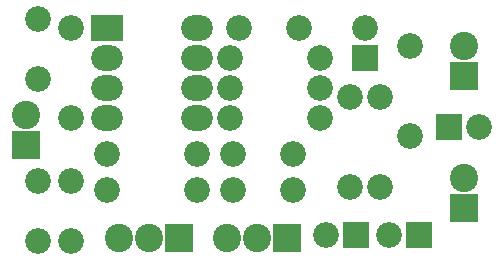
<source format=gts>
%FSLAX46Y46*%
G04 Gerber Fmt 4.6, Leading zero omitted, Abs format (unit mm)*
G04 Created by KiCad (PCBNEW (2014-10-18 BZR 5203)-product) date 10/11/2014 14:08:34*
%MOMM*%
G01*
G04 APERTURE LIST*
%ADD10C,0.150000*%
%ADD11C,2.178000*%
%ADD12R,2.178000X2.178000*%
%ADD13R,2.400000X2.400000*%
%ADD14C,2.400000*%
%ADD15R,2.686000X2.178000*%
%ADD16O,2.686000X2.178000*%
G04 APERTURE END LIST*
D10*
D11*
X147701000Y-113665000D03*
X147701000Y-108585000D03*
X147701000Y-122301000D03*
X147701000Y-127381000D03*
X164211000Y-123063000D03*
X169291000Y-123063000D03*
X150495000Y-127381000D03*
X150495000Y-122301000D03*
X164211000Y-120015000D03*
X169291000Y-120015000D03*
D12*
X174625000Y-126873000D03*
D11*
X172085000Y-126873000D03*
D12*
X182499000Y-117729000D03*
D11*
X185039000Y-117729000D03*
D12*
X179959000Y-126873000D03*
D11*
X177419000Y-126873000D03*
D12*
X175387000Y-111887000D03*
D11*
X175387000Y-109347000D03*
X164719000Y-109347000D03*
X169799000Y-109347000D03*
X153543000Y-120015000D03*
X161163000Y-120015000D03*
X171577000Y-111887000D03*
X163957000Y-111887000D03*
X163957000Y-116967000D03*
X171577000Y-116967000D03*
X161163000Y-123063000D03*
X153543000Y-123063000D03*
X179197000Y-118491000D03*
X179197000Y-110871000D03*
X174117000Y-115189000D03*
X174117000Y-122809000D03*
X176657000Y-122809000D03*
X176657000Y-115189000D03*
X163957000Y-114427000D03*
X171577000Y-114427000D03*
X150495000Y-109347000D03*
X150495000Y-116967000D03*
D13*
X168783000Y-127127000D03*
D14*
X166243000Y-127127000D03*
X163703000Y-127127000D03*
D13*
X159639000Y-127127000D03*
D14*
X157099000Y-127127000D03*
X154559000Y-127127000D03*
D13*
X146685000Y-119253000D03*
D14*
X146685000Y-116713000D03*
D13*
X183769000Y-124587000D03*
D14*
X183769000Y-122047000D03*
D13*
X183769000Y-113411000D03*
D14*
X183769000Y-110871000D03*
D15*
X153543000Y-109347000D03*
D16*
X153543000Y-111887000D03*
X153543000Y-114427000D03*
X153543000Y-116967000D03*
X161163000Y-116967000D03*
X161163000Y-114427000D03*
X161163000Y-111887000D03*
X161163000Y-109347000D03*
M02*

</source>
